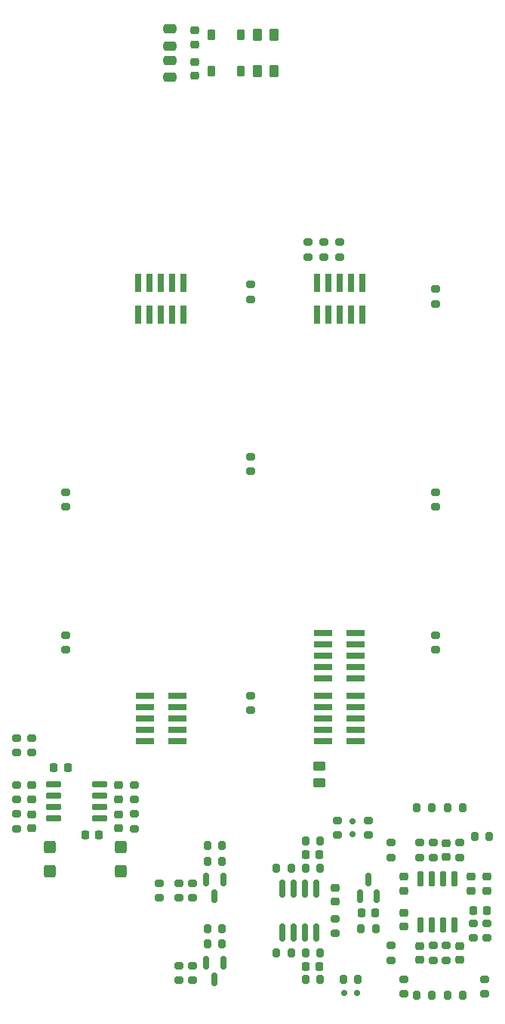
<source format=gbp>
%TF.GenerationSoftware,KiCad,Pcbnew,7.0.10*%
%TF.CreationDate,2024-02-19T01:53:30+05:30*%
%TF.ProjectId,Echo Cinematic,4563686f-2043-4696-9e65-6d617469632e,rev?*%
%TF.SameCoordinates,Original*%
%TF.FileFunction,Paste,Bot*%
%TF.FilePolarity,Positive*%
%FSLAX46Y46*%
G04 Gerber Fmt 4.6, Leading zero omitted, Abs format (unit mm)*
G04 Created by KiCad (PCBNEW 7.0.10) date 2024-02-19 01:53:30*
%MOMM*%
%LPD*%
G01*
G04 APERTURE LIST*
G04 Aperture macros list*
%AMRoundRect*
0 Rectangle with rounded corners*
0 $1 Rounding radius*
0 $2 $3 $4 $5 $6 $7 $8 $9 X,Y pos of 4 corners*
0 Add a 4 corners polygon primitive as box body*
4,1,4,$2,$3,$4,$5,$6,$7,$8,$9,$2,$3,0*
0 Add four circle primitives for the rounded corners*
1,1,$1+$1,$2,$3*
1,1,$1+$1,$4,$5*
1,1,$1+$1,$6,$7*
1,1,$1+$1,$8,$9*
0 Add four rect primitives between the rounded corners*
20,1,$1+$1,$2,$3,$4,$5,0*
20,1,$1+$1,$4,$5,$6,$7,0*
20,1,$1+$1,$6,$7,$8,$9,0*
20,1,$1+$1,$8,$9,$2,$3,0*%
G04 Aperture macros list end*
%ADD10RoundRect,0.200000X0.275000X-0.200000X0.275000X0.200000X-0.275000X0.200000X-0.275000X-0.200000X0*%
%ADD11RoundRect,0.200000X-0.200000X-0.275000X0.200000X-0.275000X0.200000X0.275000X-0.200000X0.275000X0*%
%ADD12RoundRect,0.250000X0.475000X-0.250000X0.475000X0.250000X-0.475000X0.250000X-0.475000X-0.250000X0*%
%ADD13RoundRect,0.225000X0.250000X-0.225000X0.250000X0.225000X-0.250000X0.225000X-0.250000X-0.225000X0*%
%ADD14RoundRect,0.225000X-0.250000X0.225000X-0.250000X-0.225000X0.250000X-0.225000X0.250000X0.225000X0*%
%ADD15RoundRect,0.225000X-0.225000X-0.250000X0.225000X-0.250000X0.225000X0.250000X-0.225000X0.250000X0*%
%ADD16RoundRect,0.225000X0.225000X0.250000X-0.225000X0.250000X-0.225000X-0.250000X0.225000X-0.250000X0*%
%ADD17RoundRect,0.225000X-0.225000X-0.375000X0.225000X-0.375000X0.225000X0.375000X-0.225000X0.375000X0*%
%ADD18RoundRect,0.225000X0.225000X0.375000X-0.225000X0.375000X-0.225000X-0.375000X0.225000X-0.375000X0*%
%ADD19RoundRect,0.250000X0.262500X0.450000X-0.262500X0.450000X-0.262500X-0.450000X0.262500X-0.450000X0*%
%ADD20RoundRect,0.200000X0.200000X0.275000X-0.200000X0.275000X-0.200000X-0.275000X0.200000X-0.275000X0*%
%ADD21RoundRect,0.200000X-0.275000X0.200000X-0.275000X-0.200000X0.275000X-0.200000X0.275000X0.200000X0*%
%ADD22RoundRect,0.150000X0.150000X-0.825000X0.150000X0.825000X-0.150000X0.825000X-0.150000X-0.825000X0*%
%ADD23RoundRect,0.150000X0.150000X-0.587500X0.150000X0.587500X-0.150000X0.587500X-0.150000X-0.587500X0*%
%ADD24RoundRect,0.150000X-0.150000X0.587500X-0.150000X-0.587500X0.150000X-0.587500X0.150000X0.587500X0*%
%ADD25RoundRect,0.250000X-0.450000X0.262500X-0.450000X-0.262500X0.450000X-0.262500X0.450000X0.262500X0*%
%ADD26RoundRect,0.250000X0.425000X-0.450000X0.425000X0.450000X-0.425000X0.450000X-0.425000X-0.450000X0*%
%ADD27RoundRect,0.150000X-0.150000X0.725000X-0.150000X-0.725000X0.150000X-0.725000X0.150000X0.725000X0*%
%ADD28R,2.100000X0.750000*%
%ADD29R,0.750000X2.100000*%
%ADD30RoundRect,0.150000X0.725000X0.150000X-0.725000X0.150000X-0.725000X-0.150000X0.725000X-0.150000X0*%
%ADD31RoundRect,0.150000X0.150000X0.200000X-0.150000X0.200000X-0.150000X-0.200000X0.150000X-0.200000X0*%
%ADD32RoundRect,0.150000X-0.200000X0.150000X-0.200000X-0.150000X0.200000X-0.150000X0.200000X0.150000X0*%
G04 APERTURE END LIST*
D10*
%TO.C,R28*%
X120250000Y-144425000D03*
X120250000Y-146075000D03*
%TD*%
D11*
%TO.C,R27*%
X106075000Y-144500000D03*
X104425000Y-144500000D03*
%TD*%
D10*
%TO.C,R19*%
X111250000Y-144425000D03*
X111250000Y-146075000D03*
%TD*%
%TO.C,R18*%
X107250000Y-126675000D03*
X107250000Y-128325000D03*
%TD*%
D12*
%TO.C,C1*%
X85000000Y-41550000D03*
X85000000Y-43450000D03*
%TD*%
%TO.C,C2*%
X85000000Y-38050000D03*
X85000000Y-39950000D03*
%TD*%
D13*
%TO.C,C3*%
X87750000Y-41725000D03*
X87750000Y-43275000D03*
%TD*%
%TO.C,C5*%
X116000000Y-129225000D03*
X116000000Y-130775000D03*
%TD*%
D14*
%TO.C,C6*%
X120500000Y-134525000D03*
X120500000Y-132975000D03*
%TD*%
D13*
%TO.C,C8*%
X117500000Y-140725000D03*
X117500000Y-142275000D03*
%TD*%
D15*
%TO.C,C9*%
X120525000Y-136750000D03*
X118975000Y-136750000D03*
%TD*%
D16*
%TO.C,C10*%
X100225000Y-143000000D03*
X101775000Y-143000000D03*
%TD*%
%TO.C,C11*%
X100225000Y-130500000D03*
X101775000Y-130500000D03*
%TD*%
D14*
%TO.C,C12*%
X103500000Y-135747000D03*
X103500000Y-134197000D03*
%TD*%
%TO.C,C13*%
X69500000Y-127525000D03*
X69500000Y-125975000D03*
%TD*%
D15*
%TO.C,C14*%
X108025000Y-137044000D03*
X106475000Y-137044000D03*
%TD*%
D13*
%TO.C,C17*%
X113000000Y-140725000D03*
X113000000Y-142275000D03*
%TD*%
D17*
%TO.C,D1*%
X92900000Y-42750000D03*
X89600000Y-42750000D03*
%TD*%
D18*
%TO.C,D2*%
X89600000Y-38750000D03*
X92900000Y-38750000D03*
%TD*%
D19*
%TO.C,L1*%
X94837500Y-42750000D03*
X96662500Y-42750000D03*
%TD*%
%TO.C,L2*%
X94837500Y-38750000D03*
X96662500Y-38750000D03*
%TD*%
D20*
%TO.C,R1*%
X112675000Y-125250000D03*
X114325000Y-125250000D03*
%TD*%
%TO.C,R2*%
X116175000Y-125250000D03*
X117825000Y-125250000D03*
%TD*%
D10*
%TO.C,R3*%
X114500000Y-129175000D03*
X114500000Y-130825000D03*
%TD*%
%TO.C,R4*%
X117500000Y-129175000D03*
X117500000Y-130825000D03*
%TD*%
D11*
%TO.C,R5*%
X90825000Y-129500000D03*
X89175000Y-129500000D03*
%TD*%
D10*
%TO.C,R7*%
X87500000Y-133675000D03*
X87500000Y-135325000D03*
%TD*%
%TO.C,R8*%
X86000000Y-133675000D03*
X86000000Y-135325000D03*
%TD*%
D20*
%TO.C,R20*%
X100175000Y-141500000D03*
X101825000Y-141500000D03*
%TD*%
D11*
%TO.C,R21*%
X101825000Y-144500000D03*
X100175000Y-144500000D03*
%TD*%
D20*
%TO.C,R22*%
X96925000Y-141500000D03*
X98575000Y-141500000D03*
%TD*%
%TO.C,R23*%
X100175000Y-132000000D03*
X101825000Y-132000000D03*
%TD*%
D11*
%TO.C,R24*%
X101825000Y-129000000D03*
X100175000Y-129000000D03*
%TD*%
D20*
%TO.C,R25*%
X106425000Y-138750000D03*
X108075000Y-138750000D03*
%TD*%
%TO.C,R26*%
X96925000Y-132000000D03*
X98575000Y-132000000D03*
%TD*%
D21*
%TO.C,R29*%
X67750000Y-127575000D03*
X67750000Y-125925000D03*
%TD*%
D11*
%TO.C,R31*%
X120825000Y-128500000D03*
X119175000Y-128500000D03*
%TD*%
D21*
%TO.C,R33*%
X113000000Y-130825000D03*
X113000000Y-129175000D03*
%TD*%
%TO.C,R35*%
X109750000Y-130825000D03*
X109750000Y-129175000D03*
%TD*%
D20*
%TO.C,R37*%
X112675000Y-146250000D03*
X114325000Y-146250000D03*
%TD*%
D10*
%TO.C,R41*%
X120500000Y-138175000D03*
X120500000Y-139825000D03*
%TD*%
D21*
%TO.C,R43*%
X116000000Y-142325000D03*
X116000000Y-140675000D03*
%TD*%
%TO.C,R45*%
X119000000Y-139825000D03*
X119000000Y-138175000D03*
%TD*%
D10*
%TO.C,R47*%
X114500000Y-140675000D03*
X114500000Y-142325000D03*
%TD*%
%TO.C,R49*%
X109750000Y-140675000D03*
X109750000Y-142325000D03*
%TD*%
D22*
%TO.C,U3*%
X101405000Y-134275000D03*
X100135000Y-134275000D03*
X98865000Y-134275000D03*
X97595000Y-134275000D03*
X97595000Y-139225000D03*
X98865000Y-139225000D03*
X100135000Y-139225000D03*
X101405000Y-139225000D03*
%TD*%
D23*
%TO.C,U5*%
X107250000Y-133312500D03*
X106300000Y-135187500D03*
X108200000Y-135187500D03*
%TD*%
D21*
%TO.C,R32*%
X102250000Y-63575000D03*
X102250000Y-61925000D03*
%TD*%
D10*
%TO.C,R34*%
X114750000Y-89925000D03*
X114750000Y-91575000D03*
%TD*%
%TO.C,R36*%
X114750000Y-67175000D03*
X114750000Y-68825000D03*
%TD*%
%TO.C,R38*%
X94000000Y-85925000D03*
X94000000Y-87575000D03*
%TD*%
%TO.C,R40*%
X73250000Y-105925000D03*
X73250000Y-107575000D03*
%TD*%
D21*
%TO.C,R42*%
X104000000Y-63575000D03*
X104000000Y-61925000D03*
%TD*%
%TO.C,R44*%
X100500000Y-63575000D03*
X100500000Y-61925000D03*
%TD*%
D10*
%TO.C,R46*%
X73250000Y-89925000D03*
X73250000Y-91575000D03*
%TD*%
%TO.C,R48*%
X114750000Y-105925000D03*
X114750000Y-107575000D03*
%TD*%
D14*
%TO.C,C16*%
X118750000Y-134525000D03*
X118750000Y-132975000D03*
%TD*%
%TO.C,C18*%
X111250000Y-138525000D03*
X111250000Y-136975000D03*
%TD*%
D13*
%TO.C,C7*%
X111250000Y-132975000D03*
X111250000Y-134525000D03*
%TD*%
D20*
%TO.C,R6*%
X89175000Y-131250000D03*
X90825000Y-131250000D03*
%TD*%
D24*
%TO.C,Q1*%
X90000000Y-135187500D03*
X90950000Y-133312500D03*
X89050000Y-133312500D03*
%TD*%
D13*
%TO.C,C4*%
X87750000Y-38225000D03*
X87750000Y-39775000D03*
%TD*%
D20*
%TO.C,R39*%
X116175000Y-146250000D03*
X117825000Y-146250000D03*
%TD*%
D10*
%TO.C,R15*%
X94000000Y-66675000D03*
X94000000Y-68325000D03*
%TD*%
D25*
%TO.C,R16*%
X101750000Y-122412500D03*
X101750000Y-120587500D03*
%TD*%
D21*
%TO.C,R66*%
X103750000Y-128325000D03*
X103750000Y-126675000D03*
%TD*%
D10*
%TO.C,R12*%
X87500000Y-142925000D03*
X87500000Y-144575000D03*
%TD*%
D26*
%TO.C,C21*%
X79500000Y-129650000D03*
X79500000Y-132350000D03*
%TD*%
D27*
%TO.C,U8*%
X113095000Y-138325000D03*
X114365000Y-138325000D03*
X115635000Y-138325000D03*
X116905000Y-138325000D03*
X116905000Y-133175000D03*
X115635000Y-133175000D03*
X114365000Y-133175000D03*
X113095000Y-133175000D03*
%TD*%
D28*
%TO.C,U1*%
X82200000Y-117790000D03*
X82200000Y-116520000D03*
X82200000Y-115250000D03*
X82200000Y-113980000D03*
X82200000Y-112710000D03*
X85800000Y-112710000D03*
X85800000Y-113980000D03*
X85800000Y-115250000D03*
X85800000Y-116520000D03*
X85800000Y-117790000D03*
D29*
X81460000Y-66450000D03*
X82730000Y-66450000D03*
X84000000Y-66450000D03*
X85270000Y-66450000D03*
X86540000Y-66450000D03*
X86540000Y-70050000D03*
X85270000Y-70050000D03*
X84000000Y-70050000D03*
X82730000Y-70050000D03*
X81460000Y-70050000D03*
X101460000Y-66450000D03*
X102730000Y-66450000D03*
X104000000Y-66450000D03*
X105270000Y-66450000D03*
X106540000Y-66450000D03*
X106540000Y-70050000D03*
X105270000Y-70050000D03*
X104000000Y-70050000D03*
X102730000Y-70050000D03*
X101460000Y-70050000D03*
D28*
X102200000Y-110790000D03*
X102200000Y-109520000D03*
X102200000Y-108250000D03*
X102200000Y-106980000D03*
X102200000Y-105710000D03*
X105800000Y-105710000D03*
X105800000Y-106980000D03*
X105800000Y-108250000D03*
X105800000Y-109520000D03*
X105800000Y-110790000D03*
X102200000Y-117790000D03*
X102200000Y-116520000D03*
X102200000Y-115250000D03*
X102200000Y-113980000D03*
X102200000Y-112710000D03*
X105800000Y-112710000D03*
X105800000Y-113980000D03*
X105800000Y-115250000D03*
X105800000Y-116520000D03*
X105800000Y-117790000D03*
%TD*%
D21*
%TO.C,R64*%
X81000000Y-127575000D03*
X81000000Y-125925000D03*
%TD*%
D30*
%TO.C,U2*%
X71925000Y-122595000D03*
X71925000Y-123865000D03*
X71925000Y-125135000D03*
X71925000Y-126405000D03*
X77075000Y-126405000D03*
X77075000Y-125135000D03*
X77075000Y-123865000D03*
X77075000Y-122595000D03*
%TD*%
D20*
%TO.C,R11*%
X89175000Y-140500000D03*
X90825000Y-140500000D03*
%TD*%
D21*
%TO.C,R58*%
X83750000Y-135325000D03*
X83750000Y-133675000D03*
%TD*%
%TO.C,R17*%
X69500000Y-119075000D03*
X69500000Y-117425000D03*
%TD*%
%TO.C,R67*%
X67750000Y-124325000D03*
X67750000Y-122675000D03*
%TD*%
D14*
%TO.C,C31*%
X79250000Y-127525000D03*
X79250000Y-125975000D03*
%TD*%
D11*
%TO.C,R10*%
X90825000Y-138750000D03*
X89175000Y-138750000D03*
%TD*%
D10*
%TO.C,R9*%
X94000000Y-112675000D03*
X94000000Y-114325000D03*
%TD*%
D16*
%TO.C,C29*%
X75475000Y-128250000D03*
X77025000Y-128250000D03*
%TD*%
D13*
%TO.C,C26*%
X79250000Y-122725000D03*
X79250000Y-124275000D03*
%TD*%
D21*
%TO.C,R70*%
X67750000Y-119075000D03*
X67750000Y-117425000D03*
%TD*%
%TO.C,R65*%
X103500000Y-139325000D03*
X103500000Y-137675000D03*
%TD*%
%TO.C,R14*%
X81000000Y-124325000D03*
X81000000Y-122675000D03*
%TD*%
D31*
%TO.C,D4*%
X105950000Y-146000000D03*
X104550000Y-146000000D03*
%TD*%
D24*
%TO.C,Q2*%
X90000000Y-144437500D03*
X90950000Y-142562500D03*
X89050000Y-142562500D03*
%TD*%
D10*
%TO.C,R13*%
X86000000Y-142925000D03*
X86000000Y-144575000D03*
%TD*%
D16*
%TO.C,C28*%
X71975000Y-120750000D03*
X73525000Y-120750000D03*
%TD*%
D13*
%TO.C,C32*%
X69500000Y-122725000D03*
X69500000Y-124275000D03*
%TD*%
D32*
%TO.C,D5*%
X105500000Y-126800000D03*
X105500000Y-128200000D03*
%TD*%
D26*
%TO.C,C30*%
X71500000Y-129650000D03*
X71500000Y-132350000D03*
%TD*%
M02*

</source>
